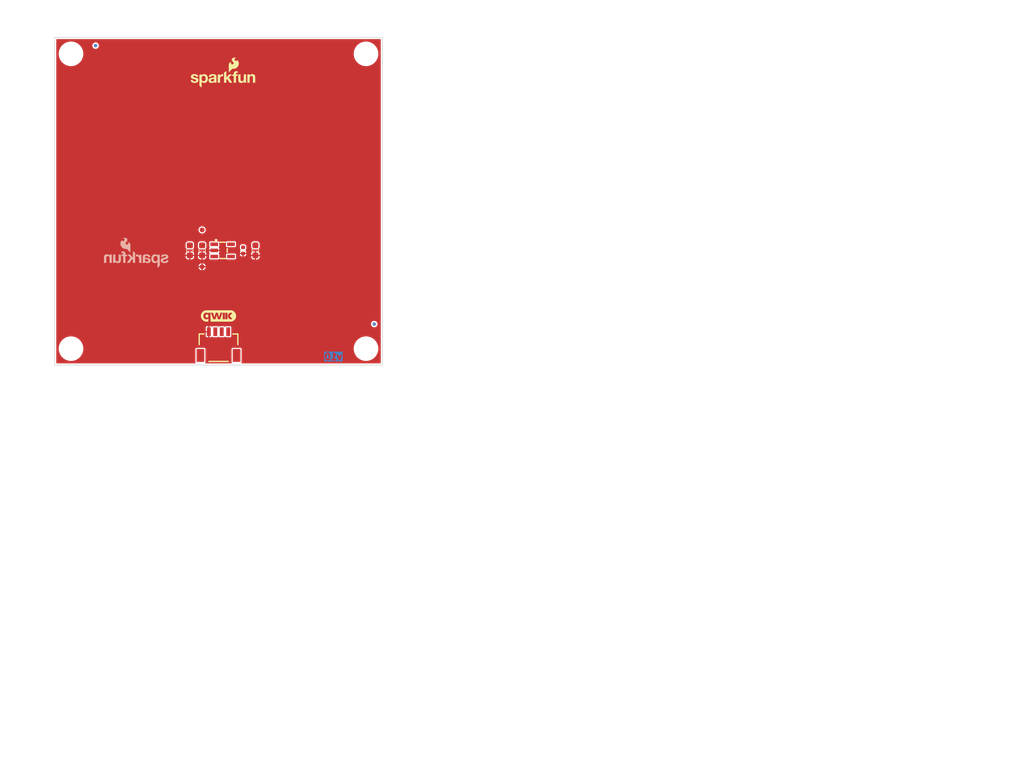
<source format=kicad_pcb>
(kicad_pcb (version 20241229) (generator "pcbnew") (generator_version "9.0")
  (title_block (title "SparkFun Product (Qwiic)") (rev "v10") (company "SparkFun") (comment 1 "Designed by: You"))
  (layers (0 "F.Cu" signal) (4 "In1.Cu" signal "L2.Cu") (6 "In2.Cu" signal "L3.Cu") (2 "B.Cu" signal) (13 "F.Paste" user) (15 "B.Paste" user) (5 "F.SilkS" user "F.Silkscreen") (7 "B.SilkS" user "B.Silkscreen") (1 "F.Mask" user) (3 "B.Mask" user) (25 "Edge.Cuts" user))
  (net 0 "")
  (net 1 "3.3V")
  (net 2 "GND")
  (net 3 "VCC")
  (net 7 "SCL")
  (net 8 "SDA")
  (footprint "SparkFun-Aesthetic:Creative_Commons_License" (layer "F.Cu") (at 215.265 168.91)
    (property "Reference" "G3" (hide yes))
    (property "Value" "OSHW_Logo" (hide yes))
  )
  (footprint "SparkFun-Semiconductor-Standard:SOT23-5" (layer "F.Cu") (at 141.605 106.68)
    (property "Reference" "U2")
    (property "Value" "RT9080-3.3")
    (pad "1" smd rect (at -1.3001 -0.95 270) (size 0.55 1.2) (layers "F.Cu" "F.Mask" "F.Paste") (net 3 "VCC"))
    (pad "2" smd rect (at -1.3001 0 270) (size 0.55 1.2) (layers "F.Cu" "F.Mask" "F.Paste") (net 2 "GND"))
    (pad "3" smd rect (at -1.3001 0.95 270) (size 0.55 1.2) (layers "F.Cu" "F.Mask" "F.Paste") (net 3 "VCC"))
    (pad "4" smd rect (at 1.3001 0.95 270) (size 0.55 1.2) (layers "F.Cu" "F.Mask" "F.Paste"))
    (pad "5" smd rect (at 1.3001 -0.95 270) (size 0.55 1.2) (layers "F.Cu" "F.Mask" "F.Paste") (net 1 "3.3V"))
  )
  (footprint "SparkFun-Connector:TestPoint-0.75mm" (layer "F.Cu") (at 138.43 103.505)
    (property "Reference" "TP2")
    (property "Value" "TestPoint_0.75mm")
    (pad "1" smd roundrect (at 0 0) (size 0.75 0.75) (layers "F.Cu" "F.Mask") (roundrect_rratio 0.5) (net 3 "VCC"))
  )
  (footprint "SparkFun-Hardware:Standoff" (layer "F.Cu") (at 163.83 121.92)
    (property "Reference" "ST4")
    (property "Value" "Stand_off")
    (pad "" np_thru_hole circle (at 0 0) (size 3.302 3.302) (drill 3.302) (layers "F&B.Cu" "*.Mask"))
  )
  (footprint "SparkFun-Aesthetic:Fiducial_0.5mm_Mask1mm" (layer "F.Cu") (at 165.1 118.11)
    (property "Reference" "FID4")
    (property "Value" "Fiducial_0.5mm")
    (pad "" smd circle (at 0 0) (size 0.5 0.5) (layers "F.Cu" "F.Mask") (clearance 0.25))
  )
  (footprint "SparkFun-Aesthetic:Fiducial_0.5mm_Mask1mm" (layer "F.Cu") (at 121.92 74.93)
    (property "Reference" "FID1")
    (property "Value" "Fiducial_0.5mm")
    (pad "" smd circle (at 0 0) (size 0.5 0.5) (layers "F.Cu" "F.Mask") (clearance 0.25))
  )
  (footprint "SparkFun-Aesthetic:qwiic_5.5mm" (layer "F.Cu") (at 140.97 116.84)
    (property "Reference" "G***" (hide yes))
    (property "Value" "LOGO" (hide yes))
  )
  (footprint "SparkFun-Capacitor:C_0603_1608Metric" (layer "F.Cu") (at 138.43 106.68 -90)
    (property "Reference" "C3")
    (property "Value" "1.0uF")
    (pad "1" smd roundrect (at -0.775 0 270) (size 0.9 0.95) (layers "F.Cu" "F.Mask" "F.Paste") (net 3 "VCC"))
    (pad "2" smd roundrect (at 0.775 0 270) (size 0.9 0.95) (layers "F.Cu" "F.Mask" "F.Paste") (net 2 "GND"))
  )
  (footprint "SparkFun-Hardware:Standoff" (layer "F.Cu") (at 163.83 76.2)
    (property "Reference" "ST3")
    (property "Value" "Stand_off")
    (pad "" np_thru_hole circle (at 0 0) (size 3.302 3.302) (drill 3.302) (layers "F&B.Cu" "*.Mask"))
  )
  (footprint "SparkFun-Aesthetic:SparkFun_Logo_10mm" (layer "F.Cu") (at 141.605 80.01)
    (property "Reference" "G***")
    (property "Value" "LOGO" (hide yes))
  )
  (footprint "SparkFun-Capacitor:C_0603_1608Metric" (layer "F.Cu") (at 146.685 106.68 -90)
    (property "Reference" "C5")
    (property "Value" "10uF")
    (pad "1" smd roundrect (at -0.775 0 270) (size 0.9 0.95) (layers "F.Cu" "F.Mask" "F.Paste") (net 1 "3.3V"))
    (pad "2" smd roundrect (at 0.775 0 270) (size 0.9 0.95) (layers "F.Cu" "F.Mask" "F.Paste") (net 2 "GND"))
  )
  (footprint "SparkFun-Connector:TestPoint-0.75mm" (layer "F.Cu") (at 138.43 109.22)
    (property "Reference" "TP1")
    (property "Value" "TestPoint_0.75mm")
    (pad "1" smd roundrect (at 0 0) (size 0.75 0.75) (layers "F.Cu" "F.Mask") (roundrect_rratio 0.5) (net 2 "GND"))
  )
  (footprint "SparkFun-Capacitor:C_0603_1608Metric" (layer "F.Cu") (at 136.525 106.68 -90)
    (property "Reference" "C2")
    (property "Value" "10uF")
    (pad "1" smd roundrect (at -0.775 0 270) (size 0.9 0.95) (layers "F.Cu" "F.Mask" "F.Paste") (net 3 "VCC"))
    (pad "2" smd roundrect (at 0.775 0 270) (size 0.9 0.95) (layers "F.Cu" "F.Mask" "F.Paste") (net 2 "GND"))
  )
  (footprint "SparkFun-Hardware:Standoff" (layer "F.Cu") (at 118.11 76.2)
    (property "Reference" "ST1")
    (property "Value" "Stand_off")
    (pad "" np_thru_hole circle (at 0 0) (size 3.302 3.302) (drill 3.302) (layers "F&B.Cu" "*.Mask"))
  )
  (footprint "SparkFun-Connector:JST_SMD_1.0mm-4_Black" (layer "F.Cu") (at 140.97 119.296)
    (property "Reference" "J1")
    (property "Value" "Qwiic_RA")
    (pad "1" smd rect (at -1.5 0) (size 0.6 1.35) (layers "F.Cu" "F.Mask" "F.Paste") (net 2 "GND"))
    (pad "2" smd rect (at -0.5 0) (size 0.6 1.35) (layers "F.Cu" "F.Mask" "F.Paste") (net 1 "3.3V"))
    (pad "3" smd rect (at 0.5 0) (size 0.6 1.35) (layers "F.Cu" "F.Mask" "F.Paste") (net 8 "SDA"))
    (pad "4" smd rect (at 1.5 0) (size 0.6 1.35) (layers "F.Cu" "F.Mask" "F.Paste") (net 7 "SCL"))
    (pad "NC1" smd rect (at 2.8 3.675) (size 1.2 2) (layers "F.Cu" "F.Mask" "F.Paste"))
    (pad "NC2" smd rect (at -2.8 3.675) (size 1.2 2) (layers "F.Cu" "F.Mask" "F.Paste"))
  )
  (footprint "SparkFun-Capacitor:C_0402_1005Metric" (layer "F.Cu") (at 144.78 106.68 -90)
    (property "Reference" "C4")
    (property "Value" "1.0uF")
    (pad "1" smd roundrect (at -0.48 0 270) (size 0.56 0.62) (layers "F.Cu" "F.Mask" "F.Paste") (net 1 "3.3V"))
    (pad "2" smd roundrect (at 0.48 0 270) (size 0.56 0.62) (layers "F.Cu" "F.Mask" "F.Paste") (net 2 "GND"))
  )
  (footprint "SparkFun-Hardware:Standoff" (layer "F.Cu") (at 118.11 121.92)
    (property "Reference" "ST2")
    (property "Value" "Stand_off")
    (pad "" np_thru_hole circle (at 0 0) (size 3.302 3.302) (drill 3.302) (layers "F&B.Cu" "*.Mask"))
  )
  (footprint "SparkFun-Aesthetic:Fiducial_0.5mm_Mask1mm" (layer "B.Cu") (at 121.92 74.93 180)
    (property "Reference" "FID3")
    (property "Value" "Fiducial_0.5mm")
    (pad "" smd circle (at 0 0 180) (size 0.5 0.5) (layers "B.Cu" "B.Mask") (clearance 0.25))
  )
  (footprint "SparkFun-Aesthetic:Fiducial_0.5mm_Mask1mm" (layer "B.Cu") (at 165.1 118.11 180)
    (property "Reference" "FID2")
    (property "Value" "Fiducial_0.5mm")
    (pad "" smd circle (at 0 0 180) (size 0.5 0.5) (layers "B.Cu" "B.Mask") (clearance 0.25))
  )
  (footprint "SparkFun-Aesthetic:SparkFun_Logo_10mm" (layer "B.Cu") (at 128.27 107.95 180)
    (property "Reference" "G***")
    (property "Value" "LOGO" (hide yes))
  )
  (gr_poly (pts (xy 115.57 124.46) (xy 115.57 73.66) (xy 166.37 73.66) (xy 166.37 124.46)) (stroke (width 0.1)) (fill no) (layer "Edge.Cuts"))
  (gr_text "v10" (at 158.75 123.19 0) (layer "B.Cu" knockout) (effects (font (size 1.016 1.016) (thickness 0.254) (bold yes)) (justify mirror)))
  (zone (net 2) (net_name "GND") (layers "F.Cu" "B.Cu" "In1.Cu") (connect_pads (clearance 0.1778)) (min_thickness 0.1778) (fill yes (thermal_gap 0.1778) (thermal_bridge_width 0.1778))
    (polygon (pts (xy 115.57 124.46) (xy 115.57 73.66) (xy 166.37 73.66) (xy 166.37 124.46)))
  )
)
</source>
